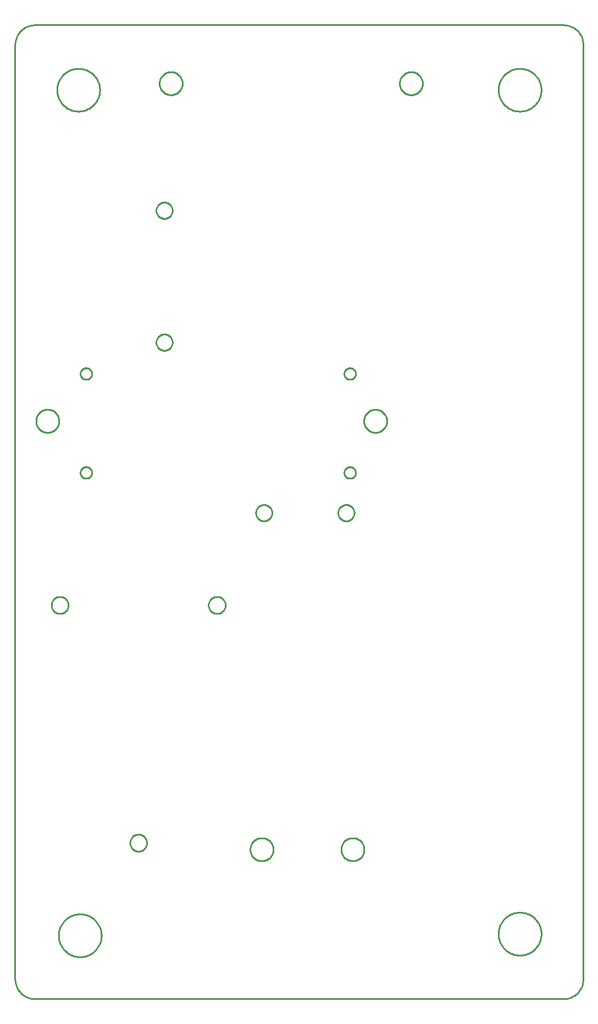
<source format=gbr>
G04 EAGLE Gerber RS-274X export*
G75*
%MOMM*%
%FSLAX34Y34*%
%LPD*%
%IN*%
%IPPOS*%
%AMOC8*
5,1,8,0,0,1.08239X$1,22.5*%
G01*
%ADD10C,0.254000*%


D10*
X0Y30000D02*
X114Y27385D01*
X456Y24791D01*
X1022Y22235D01*
X1809Y19739D01*
X2811Y17321D01*
X4019Y15000D01*
X5425Y12793D01*
X7019Y10716D01*
X8787Y8787D01*
X10716Y7019D01*
X12793Y5425D01*
X15000Y4019D01*
X17321Y2811D01*
X19739Y1809D01*
X22235Y1022D01*
X24791Y456D01*
X27385Y114D01*
X30000Y0D01*
X845000Y0D01*
X847615Y114D01*
X850209Y456D01*
X852765Y1022D01*
X855261Y1809D01*
X857679Y2811D01*
X860000Y4019D01*
X862207Y5425D01*
X864284Y7019D01*
X866213Y8787D01*
X867981Y10716D01*
X869575Y12793D01*
X870981Y15000D01*
X872189Y17321D01*
X873191Y19739D01*
X873978Y22235D01*
X874544Y24791D01*
X874886Y27385D01*
X875000Y30000D01*
X875000Y1470000D01*
X874886Y1472615D01*
X874544Y1475209D01*
X873978Y1477765D01*
X873191Y1480261D01*
X872189Y1482679D01*
X870981Y1485000D01*
X869575Y1487207D01*
X867981Y1489284D01*
X866213Y1491213D01*
X864284Y1492981D01*
X862207Y1494575D01*
X860000Y1495981D01*
X857679Y1497189D01*
X855261Y1498191D01*
X852765Y1498978D01*
X850209Y1499544D01*
X847615Y1499886D01*
X845000Y1500000D01*
X30000Y1500000D01*
X27385Y1499886D01*
X24791Y1499544D01*
X22235Y1498978D01*
X19739Y1498191D01*
X17321Y1497189D01*
X15000Y1495981D01*
X12793Y1494575D01*
X10716Y1492981D01*
X8787Y1491213D01*
X7019Y1489284D01*
X5425Y1487207D01*
X4019Y1485000D01*
X2811Y1482679D01*
X1809Y1480261D01*
X1022Y1477765D01*
X456Y1475209D01*
X114Y1472615D01*
X0Y1470000D01*
X0Y30000D01*
X130500Y1399190D02*
X130421Y1397572D01*
X130262Y1395959D01*
X130024Y1394357D01*
X129708Y1392767D01*
X129314Y1391196D01*
X128844Y1389645D01*
X128298Y1388120D01*
X127678Y1386623D01*
X126985Y1385158D01*
X126222Y1383729D01*
X125389Y1382340D01*
X124488Y1380993D01*
X123523Y1379691D01*
X122495Y1378439D01*
X121407Y1377238D01*
X120262Y1376093D01*
X119061Y1375005D01*
X117809Y1373977D01*
X116507Y1373012D01*
X115160Y1372111D01*
X113771Y1371278D01*
X112342Y1370515D01*
X110877Y1369822D01*
X109380Y1369202D01*
X107855Y1368656D01*
X106304Y1368186D01*
X104733Y1367792D01*
X103143Y1367476D01*
X101541Y1367238D01*
X99928Y1367080D01*
X98310Y1367000D01*
X96690Y1367000D01*
X95072Y1367080D01*
X93459Y1367238D01*
X91857Y1367476D01*
X90267Y1367792D01*
X88696Y1368186D01*
X87145Y1368656D01*
X85620Y1369202D01*
X84123Y1369822D01*
X82658Y1370515D01*
X81229Y1371278D01*
X79840Y1372111D01*
X78493Y1373012D01*
X77191Y1373977D01*
X75939Y1375005D01*
X74738Y1376093D01*
X73593Y1377238D01*
X72505Y1378439D01*
X71477Y1379691D01*
X70512Y1380993D01*
X69611Y1382340D01*
X68778Y1383729D01*
X68015Y1385158D01*
X67322Y1386623D01*
X66702Y1388120D01*
X66156Y1389645D01*
X65686Y1391196D01*
X65292Y1392767D01*
X64976Y1394357D01*
X64738Y1395959D01*
X64580Y1397572D01*
X64500Y1399190D01*
X64500Y1400810D01*
X64580Y1402428D01*
X64738Y1404041D01*
X64976Y1405643D01*
X65292Y1407233D01*
X65686Y1408804D01*
X66156Y1410355D01*
X66702Y1411880D01*
X67322Y1413377D01*
X68015Y1414842D01*
X68778Y1416271D01*
X69611Y1417660D01*
X70512Y1419007D01*
X71477Y1420309D01*
X72505Y1421561D01*
X73593Y1422762D01*
X74738Y1423907D01*
X75939Y1424995D01*
X77191Y1426023D01*
X78493Y1426988D01*
X79840Y1427889D01*
X81229Y1428722D01*
X82658Y1429485D01*
X84123Y1430178D01*
X85620Y1430798D01*
X87145Y1431344D01*
X88696Y1431814D01*
X90267Y1432208D01*
X91857Y1432524D01*
X93459Y1432762D01*
X95072Y1432921D01*
X96690Y1433000D01*
X98310Y1433000D01*
X99928Y1432921D01*
X101541Y1432762D01*
X103143Y1432524D01*
X104733Y1432208D01*
X106304Y1431814D01*
X107855Y1431344D01*
X109380Y1430798D01*
X110877Y1430178D01*
X112342Y1429485D01*
X113771Y1428722D01*
X115160Y1427889D01*
X116507Y1426988D01*
X117809Y1426023D01*
X119061Y1424995D01*
X120262Y1423907D01*
X121407Y1422762D01*
X122495Y1421561D01*
X123523Y1420309D01*
X124488Y1419007D01*
X125389Y1417660D01*
X126222Y1416271D01*
X126985Y1414842D01*
X127678Y1413377D01*
X128298Y1411880D01*
X128844Y1410355D01*
X129314Y1408804D01*
X129708Y1407233D01*
X130024Y1405643D01*
X130262Y1404041D01*
X130421Y1402428D01*
X130500Y1400810D01*
X130500Y1399190D01*
X133000Y96690D02*
X132921Y95072D01*
X132762Y93459D01*
X132524Y91857D01*
X132208Y90267D01*
X131814Y88696D01*
X131344Y87145D01*
X130798Y85620D01*
X130178Y84123D01*
X129485Y82658D01*
X128722Y81229D01*
X127889Y79840D01*
X126988Y78493D01*
X126023Y77191D01*
X124995Y75939D01*
X123907Y74738D01*
X122762Y73593D01*
X121561Y72505D01*
X120309Y71477D01*
X119007Y70512D01*
X117660Y69611D01*
X116271Y68778D01*
X114842Y68015D01*
X113377Y67322D01*
X111880Y66702D01*
X110355Y66156D01*
X108804Y65686D01*
X107233Y65292D01*
X105643Y64976D01*
X104041Y64738D01*
X102428Y64580D01*
X100810Y64500D01*
X99190Y64500D01*
X97572Y64580D01*
X95959Y64738D01*
X94357Y64976D01*
X92767Y65292D01*
X91196Y65686D01*
X89645Y66156D01*
X88120Y66702D01*
X86623Y67322D01*
X85158Y68015D01*
X83729Y68778D01*
X82340Y69611D01*
X80993Y70512D01*
X79691Y71477D01*
X78439Y72505D01*
X77238Y73593D01*
X76093Y74738D01*
X75005Y75939D01*
X73977Y77191D01*
X73012Y78493D01*
X72111Y79840D01*
X71278Y81229D01*
X70515Y82658D01*
X69822Y84123D01*
X69202Y85620D01*
X68656Y87145D01*
X68186Y88696D01*
X67792Y90267D01*
X67476Y91857D01*
X67238Y93459D01*
X67080Y95072D01*
X67000Y96690D01*
X67000Y98310D01*
X67080Y99928D01*
X67238Y101541D01*
X67476Y103143D01*
X67792Y104733D01*
X68186Y106304D01*
X68656Y107855D01*
X69202Y109380D01*
X69822Y110877D01*
X70515Y112342D01*
X71278Y113771D01*
X72111Y115160D01*
X73012Y116507D01*
X73977Y117809D01*
X75005Y119061D01*
X76093Y120262D01*
X77238Y121407D01*
X78439Y122495D01*
X79691Y123523D01*
X80993Y124488D01*
X82340Y125389D01*
X83729Y126222D01*
X85158Y126985D01*
X86623Y127678D01*
X88120Y128298D01*
X89645Y128844D01*
X91196Y129314D01*
X92767Y129708D01*
X94357Y130024D01*
X95959Y130262D01*
X97572Y130421D01*
X99190Y130500D01*
X100810Y130500D01*
X102428Y130421D01*
X104041Y130262D01*
X105643Y130024D01*
X107233Y129708D01*
X108804Y129314D01*
X110355Y128844D01*
X111880Y128298D01*
X113377Y127678D01*
X114842Y126985D01*
X116271Y126222D01*
X117660Y125389D01*
X119007Y124488D01*
X120309Y123523D01*
X121561Y122495D01*
X122762Y121407D01*
X123907Y120262D01*
X124995Y119061D01*
X126023Y117809D01*
X126988Y116507D01*
X127889Y115160D01*
X128722Y113771D01*
X129485Y112342D01*
X130178Y110877D01*
X130798Y109380D01*
X131344Y107855D01*
X131814Y106304D01*
X132208Y104733D01*
X132524Y103143D01*
X132762Y101541D01*
X132921Y99928D01*
X133000Y98310D01*
X133000Y96690D01*
X810500Y99190D02*
X810421Y97572D01*
X810262Y95959D01*
X810024Y94357D01*
X809708Y92767D01*
X809314Y91196D01*
X808844Y89645D01*
X808298Y88120D01*
X807678Y86623D01*
X806985Y85158D01*
X806222Y83729D01*
X805389Y82340D01*
X804488Y80993D01*
X803523Y79691D01*
X802495Y78439D01*
X801407Y77238D01*
X800262Y76093D01*
X799061Y75005D01*
X797809Y73977D01*
X796507Y73012D01*
X795160Y72111D01*
X793771Y71278D01*
X792342Y70515D01*
X790877Y69822D01*
X789380Y69202D01*
X787855Y68656D01*
X786304Y68186D01*
X784733Y67792D01*
X783143Y67476D01*
X781541Y67238D01*
X779928Y67080D01*
X778310Y67000D01*
X776690Y67000D01*
X775072Y67080D01*
X773459Y67238D01*
X771857Y67476D01*
X770267Y67792D01*
X768696Y68186D01*
X767145Y68656D01*
X765620Y69202D01*
X764123Y69822D01*
X762658Y70515D01*
X761229Y71278D01*
X759840Y72111D01*
X758493Y73012D01*
X757191Y73977D01*
X755939Y75005D01*
X754738Y76093D01*
X753593Y77238D01*
X752505Y78439D01*
X751477Y79691D01*
X750512Y80993D01*
X749611Y82340D01*
X748778Y83729D01*
X748015Y85158D01*
X747322Y86623D01*
X746702Y88120D01*
X746156Y89645D01*
X745686Y91196D01*
X745292Y92767D01*
X744976Y94357D01*
X744738Y95959D01*
X744580Y97572D01*
X744500Y99190D01*
X744500Y100810D01*
X744580Y102428D01*
X744738Y104041D01*
X744976Y105643D01*
X745292Y107233D01*
X745686Y108804D01*
X746156Y110355D01*
X746702Y111880D01*
X747322Y113377D01*
X748015Y114842D01*
X748778Y116271D01*
X749611Y117660D01*
X750512Y119007D01*
X751477Y120309D01*
X752505Y121561D01*
X753593Y122762D01*
X754738Y123907D01*
X755939Y124995D01*
X757191Y126023D01*
X758493Y126988D01*
X759840Y127889D01*
X761229Y128722D01*
X762658Y129485D01*
X764123Y130178D01*
X765620Y130798D01*
X767145Y131344D01*
X768696Y131814D01*
X770267Y132208D01*
X771857Y132524D01*
X773459Y132762D01*
X775072Y132921D01*
X776690Y133000D01*
X778310Y133000D01*
X779928Y132921D01*
X781541Y132762D01*
X783143Y132524D01*
X784733Y132208D01*
X786304Y131814D01*
X787855Y131344D01*
X789380Y130798D01*
X790877Y130178D01*
X792342Y129485D01*
X793771Y128722D01*
X795160Y127889D01*
X796507Y126988D01*
X797809Y126023D01*
X799061Y124995D01*
X800262Y123907D01*
X801407Y122762D01*
X802495Y121561D01*
X803523Y120309D01*
X804488Y119007D01*
X805389Y117660D01*
X806222Y116271D01*
X806985Y114842D01*
X807678Y113377D01*
X808298Y111880D01*
X808844Y110355D01*
X809314Y108804D01*
X809708Y107233D01*
X810024Y105643D01*
X810262Y104041D01*
X810421Y102428D01*
X810500Y100810D01*
X810500Y99190D01*
X810500Y1399190D02*
X810421Y1397572D01*
X810262Y1395959D01*
X810024Y1394357D01*
X809708Y1392767D01*
X809314Y1391196D01*
X808844Y1389645D01*
X808298Y1388120D01*
X807678Y1386623D01*
X806985Y1385158D01*
X806222Y1383729D01*
X805389Y1382340D01*
X804488Y1380993D01*
X803523Y1379691D01*
X802495Y1378439D01*
X801407Y1377238D01*
X800262Y1376093D01*
X799061Y1375005D01*
X797809Y1373977D01*
X796507Y1373012D01*
X795160Y1372111D01*
X793771Y1371278D01*
X792342Y1370515D01*
X790877Y1369822D01*
X789380Y1369202D01*
X787855Y1368656D01*
X786304Y1368186D01*
X784733Y1367792D01*
X783143Y1367476D01*
X781541Y1367238D01*
X779928Y1367080D01*
X778310Y1367000D01*
X776690Y1367000D01*
X775072Y1367080D01*
X773459Y1367238D01*
X771857Y1367476D01*
X770267Y1367792D01*
X768696Y1368186D01*
X767145Y1368656D01*
X765620Y1369202D01*
X764123Y1369822D01*
X762658Y1370515D01*
X761229Y1371278D01*
X759840Y1372111D01*
X758493Y1373012D01*
X757191Y1373977D01*
X755939Y1375005D01*
X754738Y1376093D01*
X753593Y1377238D01*
X752505Y1378439D01*
X751477Y1379691D01*
X750512Y1380993D01*
X749611Y1382340D01*
X748778Y1383729D01*
X748015Y1385158D01*
X747322Y1386623D01*
X746702Y1388120D01*
X746156Y1389645D01*
X745686Y1391196D01*
X745292Y1392767D01*
X744976Y1394357D01*
X744738Y1395959D01*
X744580Y1397572D01*
X744500Y1399190D01*
X744500Y1400810D01*
X744580Y1402428D01*
X744738Y1404041D01*
X744976Y1405643D01*
X745292Y1407233D01*
X745686Y1408804D01*
X746156Y1410355D01*
X746702Y1411880D01*
X747322Y1413377D01*
X748015Y1414842D01*
X748778Y1416271D01*
X749611Y1417660D01*
X750512Y1419007D01*
X751477Y1420309D01*
X752505Y1421561D01*
X753593Y1422762D01*
X754738Y1423907D01*
X755939Y1424995D01*
X757191Y1426023D01*
X758493Y1426988D01*
X759840Y1427889D01*
X761229Y1428722D01*
X762658Y1429485D01*
X764123Y1430178D01*
X765620Y1430798D01*
X767145Y1431344D01*
X768696Y1431814D01*
X770267Y1432208D01*
X771857Y1432524D01*
X773459Y1432762D01*
X775072Y1432921D01*
X776690Y1433000D01*
X778310Y1433000D01*
X779928Y1432921D01*
X781541Y1432762D01*
X783143Y1432524D01*
X784733Y1432208D01*
X786304Y1431814D01*
X787855Y1431344D01*
X789380Y1430798D01*
X790877Y1430178D01*
X792342Y1429485D01*
X793771Y1428722D01*
X795160Y1427889D01*
X796507Y1426988D01*
X797809Y1426023D01*
X799061Y1424995D01*
X800262Y1423907D01*
X801407Y1422762D01*
X802495Y1421561D01*
X803523Y1420309D01*
X804488Y1419007D01*
X805389Y1417660D01*
X806222Y1416271D01*
X806985Y1414842D01*
X807678Y1413377D01*
X808298Y1411880D01*
X808844Y1410355D01*
X809314Y1408804D01*
X809708Y1407233D01*
X810024Y1405643D01*
X810262Y1404041D01*
X810421Y1402428D01*
X810500Y1400810D01*
X810500Y1399190D01*
X537700Y229421D02*
X537624Y228264D01*
X537473Y227115D01*
X537247Y225979D01*
X536947Y224859D01*
X536574Y223762D01*
X536131Y222691D01*
X535618Y221652D01*
X535039Y220648D01*
X534395Y219685D01*
X533690Y218765D01*
X532926Y217894D01*
X532106Y217075D01*
X531235Y216310D01*
X530315Y215605D01*
X529352Y214961D01*
X528348Y214382D01*
X527309Y213869D01*
X526238Y213426D01*
X525141Y213053D01*
X524021Y212753D01*
X522885Y212527D01*
X521736Y212376D01*
X520579Y212300D01*
X519421Y212300D01*
X518264Y212376D01*
X517115Y212527D01*
X515979Y212753D01*
X514859Y213053D01*
X513762Y213426D01*
X512691Y213869D01*
X511652Y214382D01*
X510648Y214961D01*
X509685Y215605D01*
X508765Y216310D01*
X507894Y217075D01*
X507075Y217894D01*
X506310Y218765D01*
X505605Y219685D01*
X504961Y220648D01*
X504382Y221652D01*
X503869Y222691D01*
X503426Y223762D01*
X503053Y224859D01*
X502753Y225979D01*
X502527Y227115D01*
X502376Y228264D01*
X502300Y229421D01*
X502300Y230579D01*
X502376Y231736D01*
X502527Y232885D01*
X502753Y234021D01*
X503053Y235141D01*
X503426Y236238D01*
X503869Y237309D01*
X504382Y238348D01*
X504961Y239352D01*
X505605Y240315D01*
X506310Y241235D01*
X507075Y242106D01*
X507894Y242926D01*
X508765Y243690D01*
X509685Y244395D01*
X510648Y245039D01*
X511652Y245618D01*
X512691Y246131D01*
X513762Y246574D01*
X514859Y246947D01*
X515979Y247247D01*
X517115Y247473D01*
X518264Y247624D01*
X519421Y247700D01*
X520579Y247700D01*
X521736Y247624D01*
X522885Y247473D01*
X524021Y247247D01*
X525141Y246947D01*
X526238Y246574D01*
X527309Y246131D01*
X528348Y245618D01*
X529352Y245039D01*
X530315Y244395D01*
X531235Y243690D01*
X532106Y242926D01*
X532926Y242106D01*
X533690Y241235D01*
X534395Y240315D01*
X535039Y239352D01*
X535618Y238348D01*
X536131Y237309D01*
X536574Y236238D01*
X536947Y235141D01*
X537247Y234021D01*
X537473Y232885D01*
X537624Y231736D01*
X537700Y230579D01*
X537700Y229421D01*
X397700Y229421D02*
X397624Y228264D01*
X397473Y227115D01*
X397247Y225979D01*
X396947Y224859D01*
X396574Y223762D01*
X396131Y222691D01*
X395618Y221652D01*
X395039Y220648D01*
X394395Y219685D01*
X393690Y218765D01*
X392926Y217894D01*
X392106Y217075D01*
X391235Y216310D01*
X390315Y215605D01*
X389352Y214961D01*
X388348Y214382D01*
X387309Y213869D01*
X386238Y213426D01*
X385141Y213053D01*
X384021Y212753D01*
X382885Y212527D01*
X381736Y212376D01*
X380579Y212300D01*
X379421Y212300D01*
X378264Y212376D01*
X377115Y212527D01*
X375979Y212753D01*
X374859Y213053D01*
X373762Y213426D01*
X372691Y213869D01*
X371652Y214382D01*
X370648Y214961D01*
X369685Y215605D01*
X368765Y216310D01*
X367894Y217075D01*
X367075Y217894D01*
X366310Y218765D01*
X365605Y219685D01*
X364961Y220648D01*
X364382Y221652D01*
X363869Y222691D01*
X363426Y223762D01*
X363053Y224859D01*
X362753Y225979D01*
X362527Y227115D01*
X362376Y228264D01*
X362300Y229421D01*
X362300Y230579D01*
X362376Y231736D01*
X362527Y232885D01*
X362753Y234021D01*
X363053Y235141D01*
X363426Y236238D01*
X363869Y237309D01*
X364382Y238348D01*
X364961Y239352D01*
X365605Y240315D01*
X366310Y241235D01*
X367075Y242106D01*
X367894Y242926D01*
X368765Y243690D01*
X369685Y244395D01*
X370648Y245039D01*
X371652Y245618D01*
X372691Y246131D01*
X373762Y246574D01*
X374859Y246947D01*
X375979Y247247D01*
X377115Y247473D01*
X378264Y247624D01*
X379421Y247700D01*
X380579Y247700D01*
X381736Y247624D01*
X382885Y247473D01*
X384021Y247247D01*
X385141Y246947D01*
X386238Y246574D01*
X387309Y246131D01*
X388348Y245618D01*
X389352Y245039D01*
X390315Y244395D01*
X391235Y243690D01*
X392106Y242926D01*
X392926Y242106D01*
X393690Y241235D01*
X394395Y240315D01*
X395039Y239352D01*
X395618Y238348D01*
X396131Y237309D01*
X396574Y236238D01*
X396947Y235141D01*
X397247Y234021D01*
X397473Y232885D01*
X397624Y231736D01*
X397700Y230579D01*
X397700Y229421D01*
X67700Y889421D02*
X67624Y888264D01*
X67473Y887115D01*
X67247Y885979D01*
X66947Y884859D01*
X66574Y883762D01*
X66131Y882691D01*
X65618Y881652D01*
X65039Y880648D01*
X64395Y879685D01*
X63690Y878765D01*
X62926Y877894D01*
X62106Y877075D01*
X61235Y876310D01*
X60315Y875605D01*
X59352Y874961D01*
X58348Y874382D01*
X57309Y873869D01*
X56238Y873426D01*
X55141Y873053D01*
X54021Y872753D01*
X52885Y872527D01*
X51736Y872376D01*
X50579Y872300D01*
X49421Y872300D01*
X48264Y872376D01*
X47115Y872527D01*
X45979Y872753D01*
X44859Y873053D01*
X43762Y873426D01*
X42691Y873869D01*
X41652Y874382D01*
X40648Y874961D01*
X39685Y875605D01*
X38765Y876310D01*
X37894Y877075D01*
X37075Y877894D01*
X36310Y878765D01*
X35605Y879685D01*
X34961Y880648D01*
X34382Y881652D01*
X33869Y882691D01*
X33426Y883762D01*
X33053Y884859D01*
X32753Y885979D01*
X32527Y887115D01*
X32376Y888264D01*
X32300Y889421D01*
X32300Y890579D01*
X32376Y891736D01*
X32527Y892885D01*
X32753Y894021D01*
X33053Y895141D01*
X33426Y896238D01*
X33869Y897309D01*
X34382Y898348D01*
X34961Y899352D01*
X35605Y900315D01*
X36310Y901235D01*
X37075Y902106D01*
X37894Y902926D01*
X38765Y903690D01*
X39685Y904395D01*
X40648Y905039D01*
X41652Y905618D01*
X42691Y906131D01*
X43762Y906574D01*
X44859Y906947D01*
X45979Y907247D01*
X47115Y907473D01*
X48264Y907624D01*
X49421Y907700D01*
X50579Y907700D01*
X51736Y907624D01*
X52885Y907473D01*
X54021Y907247D01*
X55141Y906947D01*
X56238Y906574D01*
X57309Y906131D01*
X58348Y905618D01*
X59352Y905039D01*
X60315Y904395D01*
X61235Y903690D01*
X62106Y902926D01*
X62926Y902106D01*
X63690Y901235D01*
X64395Y900315D01*
X65039Y899352D01*
X65618Y898348D01*
X66131Y897309D01*
X66574Y896238D01*
X66947Y895141D01*
X67247Y894021D01*
X67473Y892885D01*
X67624Y891736D01*
X67700Y890579D01*
X67700Y889421D01*
X572700Y889421D02*
X572624Y888264D01*
X572473Y887115D01*
X572247Y885979D01*
X571947Y884859D01*
X571574Y883762D01*
X571131Y882691D01*
X570618Y881652D01*
X570039Y880648D01*
X569395Y879685D01*
X568690Y878765D01*
X567926Y877894D01*
X567106Y877075D01*
X566235Y876310D01*
X565315Y875605D01*
X564352Y874961D01*
X563348Y874382D01*
X562309Y873869D01*
X561238Y873426D01*
X560141Y873053D01*
X559021Y872753D01*
X557885Y872527D01*
X556736Y872376D01*
X555579Y872300D01*
X554421Y872300D01*
X553264Y872376D01*
X552115Y872527D01*
X550979Y872753D01*
X549859Y873053D01*
X548762Y873426D01*
X547691Y873869D01*
X546652Y874382D01*
X545648Y874961D01*
X544685Y875605D01*
X543765Y876310D01*
X542894Y877075D01*
X542075Y877894D01*
X541310Y878765D01*
X540605Y879685D01*
X539961Y880648D01*
X539382Y881652D01*
X538869Y882691D01*
X538426Y883762D01*
X538053Y884859D01*
X537753Y885979D01*
X537527Y887115D01*
X537376Y888264D01*
X537300Y889421D01*
X537300Y890579D01*
X537376Y891736D01*
X537527Y892885D01*
X537753Y894021D01*
X538053Y895141D01*
X538426Y896238D01*
X538869Y897309D01*
X539382Y898348D01*
X539961Y899352D01*
X540605Y900315D01*
X541310Y901235D01*
X542075Y902106D01*
X542894Y902926D01*
X543765Y903690D01*
X544685Y904395D01*
X545648Y905039D01*
X546652Y905618D01*
X547691Y906131D01*
X548762Y906574D01*
X549859Y906947D01*
X550979Y907247D01*
X552115Y907473D01*
X553264Y907624D01*
X554421Y907700D01*
X555579Y907700D01*
X556736Y907624D01*
X557885Y907473D01*
X559021Y907247D01*
X560141Y906947D01*
X561238Y906574D01*
X562309Y906131D01*
X563348Y905618D01*
X564352Y905039D01*
X565315Y904395D01*
X566235Y903690D01*
X567106Y902926D01*
X567926Y902106D01*
X568690Y901235D01*
X569395Y900315D01*
X570039Y899352D01*
X570618Y898348D01*
X571131Y897309D01*
X571574Y896238D01*
X571947Y895141D01*
X572247Y894021D01*
X572473Y892885D01*
X572624Y891736D01*
X572700Y890579D01*
X572700Y889421D01*
X257700Y1409421D02*
X257624Y1408264D01*
X257473Y1407115D01*
X257247Y1405979D01*
X256947Y1404859D01*
X256574Y1403762D01*
X256131Y1402691D01*
X255618Y1401652D01*
X255039Y1400648D01*
X254395Y1399685D01*
X253690Y1398765D01*
X252926Y1397894D01*
X252106Y1397075D01*
X251235Y1396310D01*
X250315Y1395605D01*
X249352Y1394961D01*
X248348Y1394382D01*
X247309Y1393869D01*
X246238Y1393426D01*
X245141Y1393053D01*
X244021Y1392753D01*
X242885Y1392527D01*
X241736Y1392376D01*
X240579Y1392300D01*
X239421Y1392300D01*
X238264Y1392376D01*
X237115Y1392527D01*
X235979Y1392753D01*
X234859Y1393053D01*
X233762Y1393426D01*
X232691Y1393869D01*
X231652Y1394382D01*
X230648Y1394961D01*
X229685Y1395605D01*
X228765Y1396310D01*
X227894Y1397075D01*
X227075Y1397894D01*
X226310Y1398765D01*
X225605Y1399685D01*
X224961Y1400648D01*
X224382Y1401652D01*
X223869Y1402691D01*
X223426Y1403762D01*
X223053Y1404859D01*
X222753Y1405979D01*
X222527Y1407115D01*
X222376Y1408264D01*
X222300Y1409421D01*
X222300Y1410579D01*
X222376Y1411736D01*
X222527Y1412885D01*
X222753Y1414021D01*
X223053Y1415141D01*
X223426Y1416238D01*
X223869Y1417309D01*
X224382Y1418348D01*
X224961Y1419352D01*
X225605Y1420315D01*
X226310Y1421235D01*
X227075Y1422106D01*
X227894Y1422926D01*
X228765Y1423690D01*
X229685Y1424395D01*
X230648Y1425039D01*
X231652Y1425618D01*
X232691Y1426131D01*
X233762Y1426574D01*
X234859Y1426947D01*
X235979Y1427247D01*
X237115Y1427473D01*
X238264Y1427624D01*
X239421Y1427700D01*
X240579Y1427700D01*
X241736Y1427624D01*
X242885Y1427473D01*
X244021Y1427247D01*
X245141Y1426947D01*
X246238Y1426574D01*
X247309Y1426131D01*
X248348Y1425618D01*
X249352Y1425039D01*
X250315Y1424395D01*
X251235Y1423690D01*
X252106Y1422926D01*
X252926Y1422106D01*
X253690Y1421235D01*
X254395Y1420315D01*
X255039Y1419352D01*
X255618Y1418348D01*
X256131Y1417309D01*
X256574Y1416238D01*
X256947Y1415141D01*
X257247Y1414021D01*
X257473Y1412885D01*
X257624Y1411736D01*
X257700Y1410579D01*
X257700Y1409421D01*
X627700Y1409421D02*
X627624Y1408264D01*
X627473Y1407115D01*
X627247Y1405979D01*
X626947Y1404859D01*
X626574Y1403762D01*
X626131Y1402691D01*
X625618Y1401652D01*
X625039Y1400648D01*
X624395Y1399685D01*
X623690Y1398765D01*
X622926Y1397894D01*
X622106Y1397075D01*
X621235Y1396310D01*
X620315Y1395605D01*
X619352Y1394961D01*
X618348Y1394382D01*
X617309Y1393869D01*
X616238Y1393426D01*
X615141Y1393053D01*
X614021Y1392753D01*
X612885Y1392527D01*
X611736Y1392376D01*
X610579Y1392300D01*
X609421Y1392300D01*
X608264Y1392376D01*
X607115Y1392527D01*
X605979Y1392753D01*
X604859Y1393053D01*
X603762Y1393426D01*
X602691Y1393869D01*
X601652Y1394382D01*
X600648Y1394961D01*
X599685Y1395605D01*
X598765Y1396310D01*
X597894Y1397075D01*
X597075Y1397894D01*
X596310Y1398765D01*
X595605Y1399685D01*
X594961Y1400648D01*
X594382Y1401652D01*
X593869Y1402691D01*
X593426Y1403762D01*
X593053Y1404859D01*
X592753Y1405979D01*
X592527Y1407115D01*
X592376Y1408264D01*
X592300Y1409421D01*
X592300Y1410579D01*
X592376Y1411736D01*
X592527Y1412885D01*
X592753Y1414021D01*
X593053Y1415141D01*
X593426Y1416238D01*
X593869Y1417309D01*
X594382Y1418348D01*
X594961Y1419352D01*
X595605Y1420315D01*
X596310Y1421235D01*
X597075Y1422106D01*
X597894Y1422926D01*
X598765Y1423690D01*
X599685Y1424395D01*
X600648Y1425039D01*
X601652Y1425618D01*
X602691Y1426131D01*
X603762Y1426574D01*
X604859Y1426947D01*
X605979Y1427247D01*
X607115Y1427473D01*
X608264Y1427624D01*
X609421Y1427700D01*
X610579Y1427700D01*
X611736Y1427624D01*
X612885Y1427473D01*
X614021Y1427247D01*
X615141Y1426947D01*
X616238Y1426574D01*
X617309Y1426131D01*
X618348Y1425618D01*
X619352Y1425039D01*
X620315Y1424395D01*
X621235Y1423690D01*
X622106Y1422926D01*
X622926Y1422106D01*
X623690Y1421235D01*
X624395Y1420315D01*
X625039Y1419352D01*
X625618Y1418348D01*
X626131Y1417309D01*
X626574Y1416238D01*
X626947Y1415141D01*
X627247Y1414021D01*
X627473Y1412885D01*
X627624Y1411736D01*
X627700Y1410579D01*
X627700Y1409421D01*
X118390Y810012D02*
X118322Y809239D01*
X118188Y808474D01*
X117987Y807724D01*
X117721Y806995D01*
X117393Y806291D01*
X117005Y805619D01*
X116560Y804983D01*
X116061Y804388D01*
X115512Y803839D01*
X114917Y803340D01*
X114281Y802895D01*
X113609Y802507D01*
X112905Y802179D01*
X112176Y801913D01*
X111426Y801712D01*
X110661Y801578D01*
X109888Y801510D01*
X109112Y801510D01*
X108339Y801578D01*
X107574Y801712D01*
X106824Y801913D01*
X106095Y802179D01*
X105391Y802507D01*
X104719Y802895D01*
X104083Y803340D01*
X103488Y803839D01*
X102939Y804388D01*
X102440Y804983D01*
X101995Y805619D01*
X101607Y806291D01*
X101279Y806995D01*
X101013Y807724D01*
X100812Y808474D01*
X100678Y809239D01*
X100610Y810012D01*
X100610Y810788D01*
X100678Y811561D01*
X100812Y812326D01*
X101013Y813076D01*
X101279Y813805D01*
X101607Y814509D01*
X101995Y815181D01*
X102440Y815817D01*
X102939Y816412D01*
X103488Y816961D01*
X104083Y817460D01*
X104719Y817905D01*
X105391Y818293D01*
X106095Y818621D01*
X106824Y818887D01*
X107574Y819088D01*
X108339Y819222D01*
X109112Y819290D01*
X109888Y819290D01*
X110661Y819222D01*
X111426Y819088D01*
X112176Y818887D01*
X112905Y818621D01*
X113609Y818293D01*
X114281Y817905D01*
X114917Y817460D01*
X115512Y816961D01*
X116061Y816412D01*
X116560Y815817D01*
X117005Y815181D01*
X117393Y814509D01*
X117721Y813805D01*
X117987Y813076D01*
X118188Y812326D01*
X118322Y811561D01*
X118390Y810788D01*
X118390Y810012D01*
X118390Y962412D02*
X118322Y961639D01*
X118188Y960874D01*
X117987Y960124D01*
X117721Y959395D01*
X117393Y958691D01*
X117005Y958019D01*
X116560Y957383D01*
X116061Y956788D01*
X115512Y956239D01*
X114917Y955740D01*
X114281Y955295D01*
X113609Y954907D01*
X112905Y954579D01*
X112176Y954313D01*
X111426Y954112D01*
X110661Y953978D01*
X109888Y953910D01*
X109112Y953910D01*
X108339Y953978D01*
X107574Y954112D01*
X106824Y954313D01*
X106095Y954579D01*
X105391Y954907D01*
X104719Y955295D01*
X104083Y955740D01*
X103488Y956239D01*
X102939Y956788D01*
X102440Y957383D01*
X101995Y958019D01*
X101607Y958691D01*
X101279Y959395D01*
X101013Y960124D01*
X100812Y960874D01*
X100678Y961639D01*
X100610Y962412D01*
X100610Y963188D01*
X100678Y963961D01*
X100812Y964726D01*
X101013Y965476D01*
X101279Y966205D01*
X101607Y966909D01*
X101995Y967581D01*
X102440Y968217D01*
X102939Y968812D01*
X103488Y969361D01*
X104083Y969860D01*
X104719Y970305D01*
X105391Y970693D01*
X106095Y971021D01*
X106824Y971287D01*
X107574Y971488D01*
X108339Y971622D01*
X109112Y971690D01*
X109888Y971690D01*
X110661Y971622D01*
X111426Y971488D01*
X112176Y971287D01*
X112905Y971021D01*
X113609Y970693D01*
X114281Y970305D01*
X114917Y969860D01*
X115512Y969361D01*
X116061Y968812D01*
X116560Y968217D01*
X117005Y967581D01*
X117393Y966909D01*
X117721Y966205D01*
X117987Y965476D01*
X118188Y964726D01*
X118322Y963961D01*
X118390Y963188D01*
X118390Y962412D01*
X524790Y962412D02*
X524722Y961639D01*
X524588Y960874D01*
X524387Y960124D01*
X524121Y959395D01*
X523793Y958691D01*
X523405Y958019D01*
X522960Y957383D01*
X522461Y956788D01*
X521912Y956239D01*
X521317Y955740D01*
X520681Y955295D01*
X520009Y954907D01*
X519305Y954579D01*
X518576Y954313D01*
X517826Y954112D01*
X517061Y953978D01*
X516288Y953910D01*
X515512Y953910D01*
X514739Y953978D01*
X513974Y954112D01*
X513224Y954313D01*
X512495Y954579D01*
X511791Y954907D01*
X511119Y955295D01*
X510483Y955740D01*
X509888Y956239D01*
X509339Y956788D01*
X508840Y957383D01*
X508395Y958019D01*
X508007Y958691D01*
X507679Y959395D01*
X507413Y960124D01*
X507212Y960874D01*
X507078Y961639D01*
X507010Y962412D01*
X507010Y963188D01*
X507078Y963961D01*
X507212Y964726D01*
X507413Y965476D01*
X507679Y966205D01*
X508007Y966909D01*
X508395Y967581D01*
X508840Y968217D01*
X509339Y968812D01*
X509888Y969361D01*
X510483Y969860D01*
X511119Y970305D01*
X511791Y970693D01*
X512495Y971021D01*
X513224Y971287D01*
X513974Y971488D01*
X514739Y971622D01*
X515512Y971690D01*
X516288Y971690D01*
X517061Y971622D01*
X517826Y971488D01*
X518576Y971287D01*
X519305Y971021D01*
X520009Y970693D01*
X520681Y970305D01*
X521317Y969860D01*
X521912Y969361D01*
X522461Y968812D01*
X522960Y968217D01*
X523405Y967581D01*
X523793Y966909D01*
X524121Y966205D01*
X524387Y965476D01*
X524588Y964726D01*
X524722Y963961D01*
X524790Y963188D01*
X524790Y962412D01*
X524790Y810012D02*
X524722Y809239D01*
X524588Y808474D01*
X524387Y807724D01*
X524121Y806995D01*
X523793Y806291D01*
X523405Y805619D01*
X522960Y804983D01*
X522461Y804388D01*
X521912Y803839D01*
X521317Y803340D01*
X520681Y802895D01*
X520009Y802507D01*
X519305Y802179D01*
X518576Y801913D01*
X517826Y801712D01*
X517061Y801578D01*
X516288Y801510D01*
X515512Y801510D01*
X514739Y801578D01*
X513974Y801712D01*
X513224Y801913D01*
X512495Y802179D01*
X511791Y802507D01*
X511119Y802895D01*
X510483Y803340D01*
X509888Y803839D01*
X509339Y804388D01*
X508840Y804983D01*
X508395Y805619D01*
X508007Y806291D01*
X507679Y806995D01*
X507413Y807724D01*
X507212Y808474D01*
X507078Y809239D01*
X507010Y810012D01*
X507010Y810788D01*
X507078Y811561D01*
X507212Y812326D01*
X507413Y813076D01*
X507679Y813805D01*
X508007Y814509D01*
X508395Y815181D01*
X508840Y815817D01*
X509339Y816412D01*
X509888Y816961D01*
X510483Y817460D01*
X511119Y817905D01*
X511791Y818293D01*
X512495Y818621D01*
X513224Y818887D01*
X513974Y819088D01*
X514739Y819222D01*
X515512Y819290D01*
X516288Y819290D01*
X517061Y819222D01*
X517826Y819088D01*
X518576Y818887D01*
X519305Y818621D01*
X520009Y818293D01*
X520681Y817905D01*
X521317Y817460D01*
X521912Y816961D01*
X522461Y816412D01*
X522960Y815817D01*
X523405Y815181D01*
X523793Y814509D01*
X524121Y813805D01*
X524387Y813076D01*
X524588Y812326D01*
X524722Y811561D01*
X524790Y810788D01*
X524790Y810012D01*
X190464Y253200D02*
X191391Y253134D01*
X192310Y253002D01*
X193217Y252804D01*
X194108Y252543D01*
X194978Y252218D01*
X195823Y251832D01*
X196638Y251387D01*
X197419Y250885D01*
X198162Y250329D01*
X198864Y249721D01*
X199521Y249064D01*
X200129Y248362D01*
X200685Y247619D01*
X201187Y246838D01*
X201632Y246023D01*
X202018Y245178D01*
X202343Y244308D01*
X202604Y243417D01*
X202802Y242510D01*
X202934Y241591D01*
X203000Y240664D01*
X203000Y239736D01*
X202934Y238809D01*
X202802Y237890D01*
X202604Y236983D01*
X202343Y236092D01*
X202018Y235222D01*
X201632Y234377D01*
X201187Y233562D01*
X200685Y232781D01*
X200129Y232038D01*
X199521Y231336D01*
X198864Y230679D01*
X198162Y230071D01*
X197419Y229515D01*
X196638Y229013D01*
X195823Y228568D01*
X194978Y228182D01*
X194108Y227857D01*
X193217Y227596D01*
X192310Y227398D01*
X191391Y227266D01*
X190464Y227200D01*
X189536Y227200D01*
X188609Y227266D01*
X187690Y227398D01*
X186783Y227596D01*
X185892Y227857D01*
X185022Y228182D01*
X184177Y228568D01*
X183362Y229013D01*
X182581Y229515D01*
X181838Y230071D01*
X181136Y230679D01*
X180479Y231336D01*
X179871Y232038D01*
X179315Y232781D01*
X178813Y233562D01*
X178368Y234377D01*
X177982Y235222D01*
X177657Y236092D01*
X177396Y236983D01*
X177198Y237890D01*
X177066Y238809D01*
X177000Y239736D01*
X177000Y240664D01*
X177066Y241591D01*
X177198Y242510D01*
X177396Y243417D01*
X177657Y244308D01*
X177982Y245178D01*
X178368Y246023D01*
X178813Y246838D01*
X179315Y247619D01*
X179871Y248362D01*
X180479Y249064D01*
X181136Y249721D01*
X181838Y250329D01*
X182581Y250885D01*
X183362Y251387D01*
X184177Y251832D01*
X185022Y252218D01*
X185892Y252543D01*
X186783Y252804D01*
X187690Y253002D01*
X188609Y253134D01*
X189536Y253200D01*
X190464Y253200D01*
X69464Y619300D02*
X70391Y619234D01*
X71310Y619102D01*
X72217Y618904D01*
X73108Y618643D01*
X73978Y618318D01*
X74823Y617932D01*
X75638Y617487D01*
X76419Y616985D01*
X77162Y616429D01*
X77864Y615821D01*
X78521Y615164D01*
X79129Y614462D01*
X79685Y613719D01*
X80187Y612938D01*
X80632Y612123D01*
X81018Y611278D01*
X81343Y610408D01*
X81604Y609517D01*
X81802Y608610D01*
X81934Y607691D01*
X82000Y606764D01*
X82000Y605836D01*
X81934Y604909D01*
X81802Y603990D01*
X81604Y603083D01*
X81343Y602192D01*
X81018Y601322D01*
X80632Y600477D01*
X80187Y599662D01*
X79685Y598881D01*
X79129Y598138D01*
X78521Y597436D01*
X77864Y596779D01*
X77162Y596171D01*
X76419Y595615D01*
X75638Y595113D01*
X74823Y594668D01*
X73978Y594282D01*
X73108Y593957D01*
X72217Y593696D01*
X71310Y593498D01*
X70391Y593366D01*
X69464Y593300D01*
X68536Y593300D01*
X67609Y593366D01*
X66690Y593498D01*
X65783Y593696D01*
X64892Y593957D01*
X64022Y594282D01*
X63177Y594668D01*
X62362Y595113D01*
X61581Y595615D01*
X60838Y596171D01*
X60136Y596779D01*
X59479Y597436D01*
X58871Y598138D01*
X58315Y598881D01*
X57813Y599662D01*
X57368Y600477D01*
X56982Y601322D01*
X56657Y602192D01*
X56396Y603083D01*
X56198Y603990D01*
X56066Y604909D01*
X56000Y605836D01*
X56000Y606764D01*
X56066Y607691D01*
X56198Y608610D01*
X56396Y609517D01*
X56657Y610408D01*
X56982Y611278D01*
X57368Y612123D01*
X57813Y612938D01*
X58315Y613719D01*
X58871Y614462D01*
X59479Y615164D01*
X60136Y615821D01*
X60838Y616429D01*
X61581Y616985D01*
X62362Y617487D01*
X63177Y617932D01*
X64022Y618318D01*
X64892Y618643D01*
X65783Y618904D01*
X66690Y619102D01*
X67609Y619234D01*
X68536Y619300D01*
X69464Y619300D01*
X311464Y619300D02*
X312391Y619234D01*
X313310Y619102D01*
X314217Y618904D01*
X315108Y618643D01*
X315978Y618318D01*
X316823Y617932D01*
X317638Y617487D01*
X318419Y616985D01*
X319162Y616429D01*
X319864Y615821D01*
X320521Y615164D01*
X321129Y614462D01*
X321685Y613719D01*
X322187Y612938D01*
X322632Y612123D01*
X323018Y611278D01*
X323343Y610408D01*
X323604Y609517D01*
X323802Y608610D01*
X323934Y607691D01*
X324000Y606764D01*
X324000Y605836D01*
X323934Y604909D01*
X323802Y603990D01*
X323604Y603083D01*
X323343Y602192D01*
X323018Y601322D01*
X322632Y600477D01*
X322187Y599662D01*
X321685Y598881D01*
X321129Y598138D01*
X320521Y597436D01*
X319864Y596779D01*
X319162Y596171D01*
X318419Y595615D01*
X317638Y595113D01*
X316823Y594668D01*
X315978Y594282D01*
X315108Y593957D01*
X314217Y593696D01*
X313310Y593498D01*
X312391Y593366D01*
X311464Y593300D01*
X310536Y593300D01*
X309609Y593366D01*
X308690Y593498D01*
X307783Y593696D01*
X306892Y593957D01*
X306022Y594282D01*
X305177Y594668D01*
X304362Y595113D01*
X303581Y595615D01*
X302838Y596171D01*
X302136Y596779D01*
X301479Y597436D01*
X300871Y598138D01*
X300315Y598881D01*
X299813Y599662D01*
X299368Y600477D01*
X298982Y601322D01*
X298657Y602192D01*
X298396Y603083D01*
X298198Y603990D01*
X298066Y604909D01*
X298000Y605836D01*
X298000Y606764D01*
X298066Y607691D01*
X298198Y608610D01*
X298396Y609517D01*
X298657Y610408D01*
X298982Y611278D01*
X299368Y612123D01*
X299813Y612938D01*
X300315Y613719D01*
X300871Y614462D01*
X301479Y615164D01*
X302136Y615821D01*
X302838Y616429D01*
X303581Y616985D01*
X304362Y617487D01*
X305177Y617932D01*
X306022Y618318D01*
X306892Y618643D01*
X307783Y618904D01*
X308690Y619102D01*
X309609Y619234D01*
X310536Y619300D01*
X311464Y619300D01*
X509509Y735970D02*
X508530Y736047D01*
X507560Y736201D01*
X506604Y736430D01*
X505670Y736734D01*
X504763Y737109D01*
X503888Y737555D01*
X503050Y738069D01*
X502255Y738646D01*
X501508Y739284D01*
X500814Y739978D01*
X500176Y740725D01*
X499599Y741520D01*
X499085Y742358D01*
X498639Y743233D01*
X498264Y744140D01*
X497960Y745074D01*
X497731Y746030D01*
X497577Y747000D01*
X497500Y747979D01*
X497500Y748961D01*
X497577Y749940D01*
X497731Y750911D01*
X497960Y751866D01*
X498264Y752800D01*
X498639Y753707D01*
X499085Y754582D01*
X499599Y755420D01*
X500176Y756215D01*
X500814Y756962D01*
X501508Y757656D01*
X502255Y758294D01*
X503050Y758871D01*
X503888Y759385D01*
X504763Y759831D01*
X505670Y760206D01*
X506604Y760510D01*
X507560Y760739D01*
X508530Y760893D01*
X509509Y760970D01*
X510491Y760970D01*
X511470Y760893D01*
X512441Y760739D01*
X513396Y760510D01*
X514330Y760206D01*
X515237Y759831D01*
X516112Y759385D01*
X516950Y758871D01*
X517745Y758294D01*
X518492Y757656D01*
X519186Y756962D01*
X519824Y756215D01*
X520401Y755420D01*
X520915Y754582D01*
X521361Y753707D01*
X521736Y752800D01*
X522040Y751866D01*
X522269Y750911D01*
X522423Y749940D01*
X522500Y748961D01*
X522500Y747979D01*
X522423Y747000D01*
X522269Y746030D01*
X522040Y745074D01*
X521736Y744140D01*
X521361Y743233D01*
X520915Y742358D01*
X520401Y741520D01*
X519824Y740725D01*
X519186Y739978D01*
X518492Y739284D01*
X517745Y738646D01*
X516950Y738069D01*
X516112Y737555D01*
X515237Y737109D01*
X514330Y736734D01*
X513396Y736430D01*
X512441Y736201D01*
X511470Y736047D01*
X510491Y735970D01*
X509509Y735970D01*
X382909Y735970D02*
X381930Y736047D01*
X380960Y736201D01*
X380004Y736430D01*
X379070Y736734D01*
X378163Y737109D01*
X377288Y737555D01*
X376450Y738069D01*
X375655Y738646D01*
X374908Y739284D01*
X374214Y739978D01*
X373576Y740725D01*
X372999Y741520D01*
X372485Y742358D01*
X372039Y743233D01*
X371664Y744140D01*
X371360Y745074D01*
X371131Y746030D01*
X370977Y747000D01*
X370900Y747979D01*
X370900Y748961D01*
X370977Y749940D01*
X371131Y750911D01*
X371360Y751866D01*
X371664Y752800D01*
X372039Y753707D01*
X372485Y754582D01*
X372999Y755420D01*
X373576Y756215D01*
X374214Y756962D01*
X374908Y757656D01*
X375655Y758294D01*
X376450Y758871D01*
X377288Y759385D01*
X378163Y759831D01*
X379070Y760206D01*
X380004Y760510D01*
X380960Y760739D01*
X381930Y760893D01*
X382909Y760970D01*
X383891Y760970D01*
X384870Y760893D01*
X385841Y760739D01*
X386796Y760510D01*
X387730Y760206D01*
X388637Y759831D01*
X389512Y759385D01*
X390350Y758871D01*
X391145Y758294D01*
X391892Y757656D01*
X392586Y756962D01*
X393224Y756215D01*
X393801Y755420D01*
X394315Y754582D01*
X394761Y753707D01*
X395136Y752800D01*
X395440Y751866D01*
X395669Y750911D01*
X395823Y749940D01*
X395900Y748961D01*
X395900Y747979D01*
X395823Y747000D01*
X395669Y746030D01*
X395440Y745074D01*
X395136Y744140D01*
X394761Y743233D01*
X394315Y742358D01*
X393801Y741520D01*
X393224Y740725D01*
X392586Y739978D01*
X391892Y739284D01*
X391145Y738646D01*
X390350Y738069D01*
X389512Y737555D01*
X388637Y737109D01*
X387730Y736734D01*
X386796Y736430D01*
X385841Y736201D01*
X384870Y736047D01*
X383891Y735970D01*
X382909Y735970D01*
X242400Y1213809D02*
X242323Y1212830D01*
X242169Y1211860D01*
X241940Y1210904D01*
X241636Y1209970D01*
X241261Y1209063D01*
X240815Y1208188D01*
X240301Y1207350D01*
X239724Y1206555D01*
X239086Y1205808D01*
X238392Y1205114D01*
X237645Y1204476D01*
X236850Y1203899D01*
X236012Y1203385D01*
X235137Y1202939D01*
X234230Y1202564D01*
X233296Y1202260D01*
X232341Y1202031D01*
X231370Y1201877D01*
X230391Y1201800D01*
X229409Y1201800D01*
X228430Y1201877D01*
X227460Y1202031D01*
X226504Y1202260D01*
X225570Y1202564D01*
X224663Y1202939D01*
X223788Y1203385D01*
X222950Y1203899D01*
X222155Y1204476D01*
X221408Y1205114D01*
X220714Y1205808D01*
X220076Y1206555D01*
X219499Y1207350D01*
X218985Y1208188D01*
X218539Y1209063D01*
X218164Y1209970D01*
X217860Y1210904D01*
X217631Y1211860D01*
X217477Y1212830D01*
X217400Y1213809D01*
X217400Y1214791D01*
X217477Y1215770D01*
X217631Y1216741D01*
X217860Y1217696D01*
X218164Y1218630D01*
X218539Y1219537D01*
X218985Y1220412D01*
X219499Y1221250D01*
X220076Y1222045D01*
X220714Y1222792D01*
X221408Y1223486D01*
X222155Y1224124D01*
X222950Y1224701D01*
X223788Y1225215D01*
X224663Y1225661D01*
X225570Y1226036D01*
X226504Y1226340D01*
X227460Y1226569D01*
X228430Y1226723D01*
X229409Y1226800D01*
X230391Y1226800D01*
X231370Y1226723D01*
X232341Y1226569D01*
X233296Y1226340D01*
X234230Y1226036D01*
X235137Y1225661D01*
X236012Y1225215D01*
X236850Y1224701D01*
X237645Y1224124D01*
X238392Y1223486D01*
X239086Y1222792D01*
X239724Y1222045D01*
X240301Y1221250D01*
X240815Y1220412D01*
X241261Y1219537D01*
X241636Y1218630D01*
X241940Y1217696D01*
X242169Y1216741D01*
X242323Y1215770D01*
X242400Y1214791D01*
X242400Y1213809D01*
X242400Y1010609D02*
X242323Y1009630D01*
X242169Y1008660D01*
X241940Y1007704D01*
X241636Y1006770D01*
X241261Y1005863D01*
X240815Y1004988D01*
X240301Y1004150D01*
X239724Y1003355D01*
X239086Y1002608D01*
X238392Y1001914D01*
X237645Y1001276D01*
X236850Y1000699D01*
X236012Y1000185D01*
X235137Y999739D01*
X234230Y999364D01*
X233296Y999060D01*
X232341Y998831D01*
X231370Y998677D01*
X230391Y998600D01*
X229409Y998600D01*
X228430Y998677D01*
X227460Y998831D01*
X226504Y999060D01*
X225570Y999364D01*
X224663Y999739D01*
X223788Y1000185D01*
X222950Y1000699D01*
X222155Y1001276D01*
X221408Y1001914D01*
X220714Y1002608D01*
X220076Y1003355D01*
X219499Y1004150D01*
X218985Y1004988D01*
X218539Y1005863D01*
X218164Y1006770D01*
X217860Y1007704D01*
X217631Y1008660D01*
X217477Y1009630D01*
X217400Y1010609D01*
X217400Y1011591D01*
X217477Y1012570D01*
X217631Y1013541D01*
X217860Y1014496D01*
X218164Y1015430D01*
X218539Y1016337D01*
X218985Y1017212D01*
X219499Y1018050D01*
X220076Y1018845D01*
X220714Y1019592D01*
X221408Y1020286D01*
X222155Y1020924D01*
X222950Y1021501D01*
X223788Y1022015D01*
X224663Y1022461D01*
X225570Y1022836D01*
X226504Y1023140D01*
X227460Y1023369D01*
X228430Y1023523D01*
X229409Y1023600D01*
X230391Y1023600D01*
X231370Y1023523D01*
X232341Y1023369D01*
X233296Y1023140D01*
X234230Y1022836D01*
X235137Y1022461D01*
X236012Y1022015D01*
X236850Y1021501D01*
X237645Y1020924D01*
X238392Y1020286D01*
X239086Y1019592D01*
X239724Y1018845D01*
X240301Y1018050D01*
X240815Y1017212D01*
X241261Y1016337D01*
X241636Y1015430D01*
X241940Y1014496D01*
X242169Y1013541D01*
X242323Y1012570D01*
X242400Y1011591D01*
X242400Y1010609D01*
M02*

</source>
